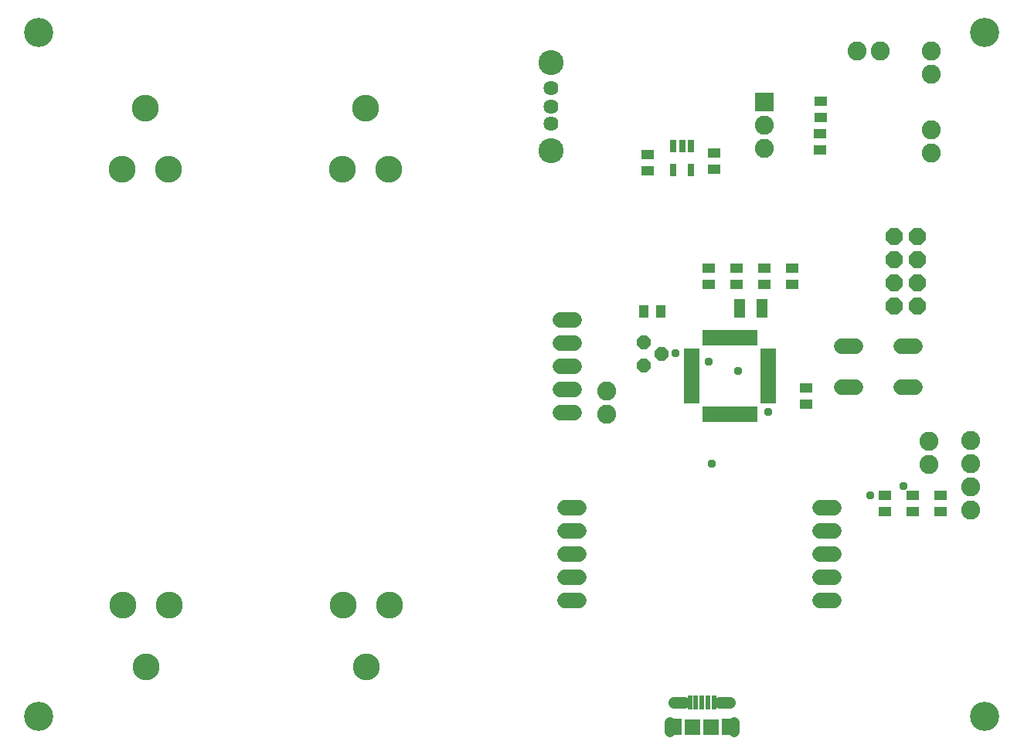
<source format=gbr>
G04 EAGLE Gerber RS-274X export*
G75*
%MOMM*%
%FSLAX34Y34*%
%LPD*%
%INSoldermask Top*%
%IPPOS*%
%AMOC8*
5,1,8,0,0,1.08239X$1,22.5*%
G01*
%ADD10C,3.203200*%
%ADD11C,2.082800*%
%ADD12C,2.946400*%
%ADD13R,2.082800X2.082800*%
%ADD14C,1.727200*%
%ADD15R,0.503200X1.653200*%
%ADD16R,1.653200X0.503200*%
%ADD17R,1.203200X2.003200*%
%ADD18R,1.403200X1.003200*%
%ADD19P,2.034460X8X292.500000*%
%ADD20R,0.753200X1.403200*%
%ADD21P,1.649562X8X292.500000*%
%ADD22R,1.003200X1.403200*%
%ADD23C,1.625600*%
%ADD24C,2.743200*%
%ADD25R,0.603200X1.553200*%
%ADD26C,1.261200*%
%ADD27C,1.211200*%
%ADD28R,1.703200X1.753200*%
%ADD29C,0.959600*%

G36*
X787586Y5470D02*
X787586Y5470D01*
X787587Y5469D01*
X788699Y5595D01*
X788700Y5595D01*
X789757Y5965D01*
X789758Y5965D01*
X790706Y6561D01*
X790706Y6562D01*
X790707Y6562D01*
X791499Y7353D01*
X791499Y7354D01*
X792095Y8302D01*
X792095Y8303D01*
X792465Y9360D01*
X792465Y9361D01*
X792466Y9364D01*
X792466Y9368D01*
X792467Y9373D01*
X792467Y9378D01*
X792469Y9392D01*
X792469Y9397D01*
X792470Y9402D01*
X792470Y9406D01*
X792471Y9406D01*
X792470Y9406D01*
X792471Y9411D01*
X792472Y9416D01*
X792473Y9430D01*
X792474Y9435D01*
X792474Y9440D01*
X792475Y9444D01*
X792475Y9449D01*
X792476Y9454D01*
X792477Y9468D01*
X792478Y9473D01*
X792479Y9478D01*
X792479Y9482D01*
X792480Y9487D01*
X792480Y9492D01*
X792482Y9506D01*
X792482Y9511D01*
X792483Y9516D01*
X792483Y9520D01*
X792484Y9525D01*
X792485Y9539D01*
X792486Y9539D01*
X792485Y9539D01*
X792486Y9544D01*
X792487Y9549D01*
X792487Y9554D01*
X792488Y9558D01*
X792488Y9563D01*
X792490Y9577D01*
X792490Y9582D01*
X792491Y9587D01*
X792491Y9592D01*
X792492Y9596D01*
X792492Y9601D01*
X792494Y9615D01*
X792495Y9620D01*
X792495Y9625D01*
X792496Y9630D01*
X792496Y9634D01*
X792497Y9639D01*
X792498Y9653D01*
X792499Y9658D01*
X792499Y9663D01*
X792500Y9668D01*
X792500Y9672D01*
X792503Y9691D01*
X792503Y9696D01*
X792504Y9701D01*
X792504Y9706D01*
X792505Y9710D01*
X792506Y9725D01*
X792507Y9729D01*
X792507Y9734D01*
X792508Y9739D01*
X792508Y9744D01*
X792509Y9744D01*
X792508Y9744D01*
X792509Y9748D01*
X792511Y9763D01*
X792511Y9767D01*
X792512Y9772D01*
X792512Y9777D01*
X792513Y9782D01*
X792513Y9786D01*
X792515Y9801D01*
X792515Y9805D01*
X792516Y9810D01*
X792517Y9815D01*
X792517Y9820D01*
X792518Y9824D01*
X792519Y9839D01*
X792520Y9843D01*
X792520Y9848D01*
X792521Y9853D01*
X792521Y9858D01*
X792523Y9877D01*
X792524Y9877D01*
X792523Y9877D01*
X792524Y9881D01*
X792525Y9886D01*
X792525Y9891D01*
X792526Y9896D01*
X792527Y9910D01*
X792528Y9915D01*
X792528Y9919D01*
X792529Y9924D01*
X792529Y9929D01*
X792530Y9934D01*
X792532Y9948D01*
X792532Y9953D01*
X792533Y9957D01*
X792533Y9962D01*
X792534Y9967D01*
X792534Y9972D01*
X792536Y9986D01*
X792536Y9991D01*
X792537Y9995D01*
X792537Y10000D01*
X792538Y10005D01*
X792538Y10010D01*
X792540Y10024D01*
X792541Y10029D01*
X792541Y10033D01*
X792542Y10038D01*
X792542Y10043D01*
X792544Y10057D01*
X792544Y10062D01*
X792545Y10067D01*
X792545Y10071D01*
X792546Y10076D01*
X792546Y10081D01*
X792547Y10081D01*
X792546Y10081D01*
X792548Y10095D01*
X792549Y10100D01*
X792549Y10105D01*
X792550Y10109D01*
X792550Y10114D01*
X792551Y10119D01*
X792552Y10133D01*
X792553Y10138D01*
X792553Y10143D01*
X792554Y10147D01*
X792555Y10152D01*
X792555Y10157D01*
X792557Y10171D01*
X792557Y10176D01*
X792558Y10181D01*
X792558Y10185D01*
X792559Y10190D01*
X792561Y10209D01*
X792561Y10214D01*
X792562Y10214D01*
X792561Y10214D01*
X792562Y10219D01*
X792563Y10223D01*
X792563Y10228D01*
X792565Y10242D01*
X792565Y10247D01*
X792566Y10252D01*
X792566Y10257D01*
X792567Y10261D01*
X792567Y10266D01*
X792569Y10280D01*
X792570Y10285D01*
X792570Y10290D01*
X792571Y10295D01*
X792571Y10299D01*
X792572Y10304D01*
X792573Y10318D01*
X792574Y10323D01*
X792574Y10328D01*
X792575Y10333D01*
X792575Y10337D01*
X792576Y10342D01*
X792578Y10356D01*
X792578Y10361D01*
X792579Y10366D01*
X792579Y10371D01*
X792580Y10375D01*
X792582Y10394D01*
X792582Y10399D01*
X792583Y10404D01*
X792583Y10409D01*
X792584Y10413D01*
X792586Y10428D01*
X792586Y10432D01*
X792587Y10437D01*
X792587Y10442D01*
X792588Y10447D01*
X792588Y10451D01*
X792590Y10466D01*
X792590Y10470D01*
X792591Y10473D01*
X792591Y10474D01*
X792591Y17974D01*
X792591Y17975D01*
X792465Y19087D01*
X792465Y19088D01*
X792095Y20145D01*
X792095Y20146D01*
X791499Y21094D01*
X791498Y21094D01*
X791499Y21095D01*
X790707Y21887D01*
X790706Y21887D01*
X789758Y22483D01*
X789757Y22483D01*
X788700Y22853D01*
X788699Y22853D01*
X787587Y22979D01*
X787586Y22979D01*
X773586Y22979D01*
X773581Y22975D01*
X773582Y22974D01*
X773581Y22974D01*
X773581Y5474D01*
X773585Y5469D01*
X773586Y5470D01*
X773586Y5469D01*
X787586Y5469D01*
X787586Y5470D01*
G37*
G36*
X729591Y5473D02*
X729591Y5473D01*
X729590Y5474D01*
X729591Y5474D01*
X729591Y22974D01*
X729587Y22979D01*
X729586Y22978D01*
X729586Y22979D01*
X715586Y22979D01*
X715585Y22979D01*
X714473Y22853D01*
X714472Y22853D01*
X713415Y22483D01*
X713414Y22483D01*
X712466Y21887D01*
X712466Y21886D01*
X712465Y21887D01*
X711674Y21095D01*
X711673Y21094D01*
X711077Y20146D01*
X711077Y20145D01*
X710707Y19088D01*
X710707Y19087D01*
X710705Y19074D01*
X710705Y19069D01*
X710704Y19064D01*
X710704Y19060D01*
X710703Y19055D01*
X710701Y19041D01*
X710701Y19036D01*
X710700Y19031D01*
X710700Y19026D01*
X710699Y19022D01*
X710699Y19017D01*
X710697Y19003D01*
X710697Y18998D01*
X710696Y18993D01*
X710696Y18988D01*
X710695Y18984D01*
X710694Y18979D01*
X710693Y18965D01*
X710692Y18960D01*
X710692Y18955D01*
X710691Y18950D01*
X710691Y18946D01*
X710690Y18941D01*
X710689Y18927D01*
X710688Y18922D01*
X710688Y18917D01*
X710687Y18917D01*
X710688Y18917D01*
X710687Y18912D01*
X710686Y18908D01*
X710684Y18889D01*
X710684Y18884D01*
X710683Y18879D01*
X710683Y18874D01*
X710682Y18870D01*
X710681Y18855D01*
X710680Y18851D01*
X710679Y18846D01*
X710679Y18841D01*
X710678Y18836D01*
X710678Y18832D01*
X710676Y18817D01*
X710676Y18813D01*
X710675Y18808D01*
X710675Y18803D01*
X710674Y18798D01*
X710674Y18794D01*
X710672Y18779D01*
X710671Y18775D01*
X710671Y18770D01*
X710670Y18765D01*
X710670Y18760D01*
X710669Y18756D01*
X710668Y18741D01*
X710667Y18737D01*
X710667Y18732D01*
X710666Y18727D01*
X710666Y18722D01*
X710664Y18708D01*
X710663Y18703D01*
X710663Y18699D01*
X710662Y18694D01*
X710662Y18689D01*
X710661Y18684D01*
X710660Y18670D01*
X710659Y18665D01*
X710659Y18661D01*
X710658Y18656D01*
X710658Y18651D01*
X710657Y18646D01*
X710655Y18632D01*
X710655Y18627D01*
X710654Y18623D01*
X710654Y18618D01*
X710653Y18613D01*
X710653Y18608D01*
X710651Y18594D01*
X710651Y18589D01*
X710650Y18585D01*
X710650Y18580D01*
X710649Y18580D01*
X710650Y18580D01*
X710649Y18575D01*
X710647Y18556D01*
X710646Y18551D01*
X710646Y18547D01*
X710645Y18542D01*
X710645Y18537D01*
X710643Y18523D01*
X710643Y18518D01*
X710642Y18513D01*
X710641Y18509D01*
X710641Y18504D01*
X710640Y18499D01*
X710639Y18485D01*
X710638Y18480D01*
X710638Y18475D01*
X710637Y18471D01*
X710637Y18466D01*
X710636Y18461D01*
X710635Y18447D01*
X710634Y18447D01*
X710635Y18447D01*
X710634Y18442D01*
X710633Y18437D01*
X710633Y18433D01*
X710632Y18428D01*
X710632Y18423D01*
X710630Y18409D01*
X710630Y18404D01*
X710629Y18399D01*
X710629Y18395D01*
X710628Y18390D01*
X710626Y18371D01*
X710625Y18366D01*
X710625Y18361D01*
X710624Y18357D01*
X710624Y18352D01*
X710622Y18338D01*
X710622Y18333D01*
X710621Y18328D01*
X710621Y18323D01*
X710620Y18319D01*
X710620Y18314D01*
X710618Y18300D01*
X710617Y18295D01*
X710617Y18290D01*
X710616Y18285D01*
X710616Y18281D01*
X710615Y18276D01*
X710614Y18262D01*
X710613Y18257D01*
X710613Y18252D01*
X710612Y18247D01*
X710612Y18243D01*
X710611Y18243D01*
X710612Y18243D01*
X710611Y18238D01*
X710609Y18224D01*
X710609Y18219D01*
X710608Y18214D01*
X710608Y18209D01*
X710607Y18205D01*
X710606Y18190D01*
X710605Y18186D01*
X710605Y18181D01*
X710604Y18176D01*
X710603Y18171D01*
X710603Y18167D01*
X710601Y18152D01*
X710601Y18148D01*
X710600Y18143D01*
X710600Y18138D01*
X710599Y18133D01*
X710599Y18129D01*
X710597Y18114D01*
X710597Y18110D01*
X710596Y18110D01*
X710597Y18110D01*
X710596Y18105D01*
X710595Y18100D01*
X710595Y18095D01*
X710594Y18091D01*
X710593Y18076D01*
X710592Y18072D01*
X710592Y18067D01*
X710591Y18062D01*
X710591Y18057D01*
X710588Y18038D01*
X710588Y18034D01*
X710587Y18029D01*
X710587Y18024D01*
X710586Y18019D01*
X710585Y18005D01*
X710584Y18000D01*
X710584Y17996D01*
X710583Y17991D01*
X710583Y17986D01*
X710582Y17981D01*
X710581Y17975D01*
X710582Y17974D01*
X710581Y17974D01*
X710581Y10474D01*
X710582Y10474D01*
X710581Y10473D01*
X710707Y9361D01*
X710707Y9360D01*
X711077Y8303D01*
X711077Y8302D01*
X711673Y7354D01*
X711674Y7354D01*
X711674Y7353D01*
X712465Y6562D01*
X712466Y6561D01*
X713414Y5965D01*
X713415Y5965D01*
X714472Y5595D01*
X714473Y5595D01*
X715585Y5469D01*
X715586Y5470D01*
X715586Y5469D01*
X729586Y5469D01*
X729591Y5473D01*
G37*
D10*
X25400Y25400D03*
X25400Y774700D03*
X1061720Y774700D03*
X1061720Y25400D03*
D11*
X1003300Y728980D03*
X1003300Y754380D03*
X1003300Y642620D03*
X1003300Y668020D03*
D12*
X358040Y624880D03*
X383440Y692360D03*
X408840Y624880D03*
X409040Y147280D03*
X383640Y79800D03*
X358240Y147280D03*
X167740Y147280D03*
X142340Y79800D03*
X116940Y147280D03*
X116740Y624880D03*
X142140Y692360D03*
X167540Y624880D03*
D11*
X922020Y754380D03*
X947420Y754380D03*
D13*
X820420Y698500D03*
D11*
X820420Y673100D03*
X820420Y647700D03*
D14*
X969772Y386334D02*
X985012Y386334D01*
X985012Y431546D02*
X969772Y431546D01*
X919988Y386334D02*
X904748Y386334D01*
X904748Y431546D02*
X919988Y431546D01*
D15*
X809820Y440780D03*
X804820Y440780D03*
X799820Y440780D03*
X794820Y440780D03*
X789820Y440780D03*
X784820Y440780D03*
X779820Y440780D03*
X774820Y440780D03*
X769820Y440780D03*
X759820Y440780D03*
X754820Y440780D03*
D16*
X740320Y426280D03*
X740320Y421280D03*
X740320Y416280D03*
X740320Y411280D03*
X740320Y406280D03*
X740320Y401280D03*
X740320Y396280D03*
X740320Y391280D03*
X740320Y386280D03*
X740320Y381280D03*
X740320Y376280D03*
X740320Y371280D03*
D15*
X764820Y440780D03*
X754820Y357080D03*
X759820Y356780D03*
X764820Y356780D03*
X769820Y356780D03*
X774820Y356780D03*
X779820Y356780D03*
X784820Y356780D03*
X789820Y356780D03*
X794820Y356780D03*
X804820Y356780D03*
X809820Y356780D03*
X799820Y356780D03*
D16*
X824320Y371280D03*
X824320Y376280D03*
X824320Y381280D03*
X824320Y386280D03*
X824320Y391280D03*
X824320Y396280D03*
X824320Y401280D03*
X824320Y406280D03*
X824320Y411280D03*
X824320Y416280D03*
X824320Y421280D03*
X824320Y426280D03*
D17*
X817680Y472440D03*
X792680Y472440D03*
D14*
X612140Y459740D02*
X596900Y459740D01*
X596900Y434340D02*
X612140Y434340D01*
X612140Y408940D02*
X596900Y408940D01*
X596900Y383540D02*
X612140Y383540D01*
X612140Y358140D02*
X596900Y358140D01*
X881380Y254000D02*
X896620Y254000D01*
X896620Y228600D02*
X881380Y228600D01*
X881380Y203200D02*
X896620Y203200D01*
X896620Y177800D02*
X881380Y177800D01*
X881380Y152400D02*
X896620Y152400D01*
X617220Y254000D02*
X601980Y254000D01*
X601980Y228600D02*
X617220Y228600D01*
X617220Y203200D02*
X601980Y203200D01*
X601980Y177800D02*
X617220Y177800D01*
X617220Y152400D02*
X601980Y152400D01*
D11*
X646938Y357124D03*
X646938Y382524D03*
X1000760Y327533D03*
X1000760Y302133D03*
D18*
X881634Y699626D03*
X881634Y681626D03*
X881380Y646320D03*
X881380Y664320D03*
X692404Y623206D03*
X692404Y641206D03*
X764794Y624984D03*
X764794Y642984D03*
X759460Y499000D03*
X759460Y517000D03*
X850900Y499000D03*
X850900Y517000D03*
X820420Y499000D03*
X820420Y517000D03*
X789940Y499000D03*
X789940Y517000D03*
X982980Y268080D03*
X982980Y250080D03*
X952500Y268080D03*
X952500Y250080D03*
X1013460Y250080D03*
X1013460Y268080D03*
D19*
X962406Y551180D03*
X987806Y551180D03*
X962406Y525780D03*
X987806Y525780D03*
X962406Y500380D03*
X987806Y500380D03*
X962406Y474980D03*
X987806Y474980D03*
D20*
X739496Y650287D03*
X729996Y650287D03*
X720496Y650287D03*
X720496Y624285D03*
X739496Y624285D03*
D18*
X865759Y367936D03*
X865759Y385936D03*
D21*
X688340Y409956D03*
X707390Y422656D03*
X688340Y435356D03*
D11*
X1045972Y251460D03*
X1045972Y276860D03*
X1045972Y302260D03*
X1045972Y327660D03*
D22*
X688230Y469011D03*
X706230Y469011D03*
D23*
X586740Y693928D03*
D24*
X586740Y645928D03*
X586740Y741928D03*
D23*
X586740Y713928D03*
X586740Y674928D03*
D25*
X738586Y41224D03*
X745086Y41224D03*
X751586Y41224D03*
X758086Y41224D03*
X764586Y41224D03*
D26*
X731876Y41224D02*
X721296Y41224D01*
X771296Y41224D02*
X781876Y41224D01*
D27*
X716586Y19264D02*
X716586Y9184D01*
D28*
X741586Y14224D03*
X761586Y14224D03*
D27*
X786586Y19264D02*
X786586Y9184D01*
D29*
X790869Y403994D03*
X824230Y359410D03*
X762762Y302768D03*
X972820Y278130D03*
X759288Y414726D03*
X935990Y267970D03*
X723011Y423418D03*
M02*

</source>
